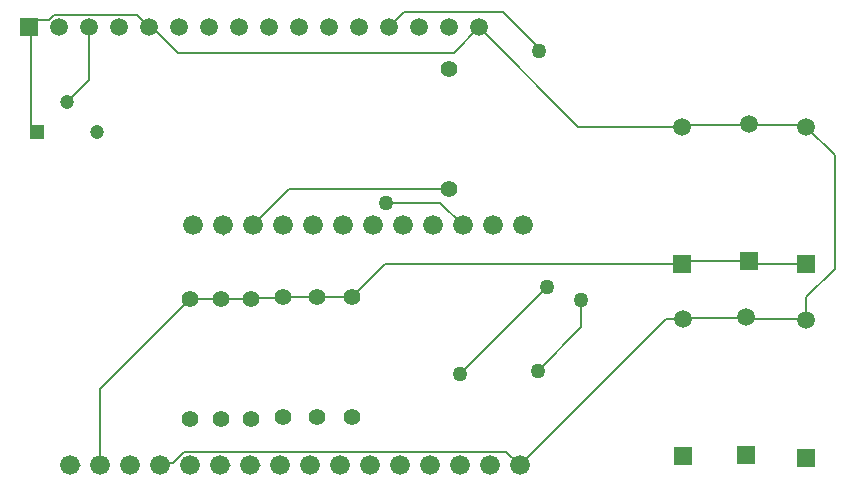
<source format=gtl>
%FSTAX23Y23*%
%MOIN*%
%SFA1B1*%

%IPPOS*%
%ADD13C,0.010000*%
%ADD23C,0.008000*%
%ADD24R,0.047240X0.047240*%
%ADD25C,0.047240*%
%ADD26R,0.059060X0.059060*%
%ADD27C,0.059060*%
%ADD28C,0.055120*%
%ADD29R,0.059060X0.059060*%
%ADD30C,0.066000*%
%ADD31C,0.050000*%
%LNadafruit_feather_m0_adalogger-1*%
%LPD*%
G54D13*
X0076Y0082D02*
Y0085D01*
X0025Y0005D02*
X0028D01*
X0025D02*
X00255D01*
X0156Y0083D02*
Y0085D01*
X0135D02*
X0136D01*
X0075Y0005D02*
X0078D01*
X0085D02*
X0088D01*
X0085D02*
X0086D01*
X0145D02*
Y00075D01*
X0135Y0005D02*
X0137D01*
G54D23*
X0155Y00355D02*
X0184Y00645D01*
X01695Y0156D02*
X0182Y01435D01*
X01365Y0156D02*
X01695D01*
X0181Y00365D02*
X01955Y0051D01*
Y006*
X01315Y0151D02*
X01365Y0156D01*
X0035Y0005D02*
Y00305D01*
X0065Y00605*
X00755*
X00855*
X00857Y00607*
X00957*
X0096Y0061*
X01075*
X0119*
X013Y0072*
X0229*
X023Y0073*
X02515*
X02525Y0072*
X02705*
X01485Y00925D02*
X0156Y0085D01*
X01305Y00925D02*
X01485D01*
X00473Y01551D02*
X00515Y0151D01*
X00197Y01551D02*
X00473D01*
X00181Y01535D02*
X00197Y01551D01*
X0014Y01535D02*
X00181D01*
X00115Y0151D02*
X0014Y01535D01*
X0012Y01179D02*
X0014Y0116D01*
X0012Y01179D02*
Y01504D01*
X00115Y0151D02*
X0012Y01504D01*
X0024Y0126D02*
X00315Y01335D01*
Y0151*
X0086Y0085D02*
X0098Y0097D01*
X01515*
X01705Y00095D02*
X0175Y0005D01*
X00631Y00095D02*
X01705D01*
X00595Y00058D02*
X00631Y00095D01*
X00558Y00058D02*
X00595D01*
X0055Y0005D02*
X00558Y00058D01*
X01615Y0151D02*
X01945Y01179D01*
X0229*
X02295Y01184*
X0251*
X02515Y01189*
X0252Y01184*
X027*
X02705Y01179*
X028Y00705D02*
Y01084D01*
X02705Y01179D02*
X028Y01084D01*
X02705Y0061D02*
X028Y00705D01*
X02705Y00534D02*
Y0061D01*
X027Y00539D02*
X02705Y00534D01*
X0251Y00539D02*
X027D01*
X02505Y00544D02*
X0251Y00539D01*
X02295D02*
X02297Y00541D01*
X02502*
X02505Y00544*
X0175Y0005D02*
X02239Y00539D01*
X02295*
X00525Y0151D02*
X0061Y01425D01*
X00515Y0151D02*
X00525D01*
X0061Y01425D02*
X0153D01*
X01615Y0151*
G54D24*
X0014Y0116D03*
G54D25*
X0034Y0116D03*
X0024Y0126D03*
G54D26*
X00115Y0151D03*
G54D27*
X00215Y0151D03*
X00315D03*
X00415D03*
X00515D03*
X00615D03*
X00715D03*
X00815D03*
X00915D03*
X01015D03*
X01115D03*
X01215D03*
X01315D03*
X01415D03*
X01515D03*
X01615D03*
X02295Y00539D03*
X02505Y00544D03*
X02705Y00534D03*
Y01179D03*
X02515Y01189D03*
X0229Y01179D03*
G54D28*
X01515Y0097D03*
Y0137D03*
X0119Y0061D03*
Y0021D03*
X01075Y0061D03*
Y0021D03*
X0096Y0061D03*
Y0021D03*
X00855Y00605D03*
Y00205D03*
X00755Y00605D03*
Y00205D03*
X0065Y00605D03*
Y00205D03*
G54D29*
X02295Y0008D03*
X02505Y00085D03*
X02705Y00075D03*
Y0072D03*
X02515Y0073D03*
X0229Y0072D03*
G54D30*
X0066Y0085D03*
X0076D03*
X0086D03*
X0096D03*
X0106D03*
X0116D03*
X0126D03*
X0136D03*
X0146D03*
X0156D03*
X0166D03*
X0176D03*
X0175Y0005D03*
X0165D03*
X0155D03*
X0145D03*
X0135D03*
X0125D03*
X0115D03*
X0105D03*
X0095D03*
X0085D03*
X0075D03*
X0065D03*
X0055D03*
X0045D03*
X0035D03*
X0025D03*
G54D31*
X0155Y00355D03*
X0184Y00645D03*
X01815Y0143D03*
X0181Y00365D03*
X01955Y006D03*
X01305Y00925D03*
M02*
</source>
